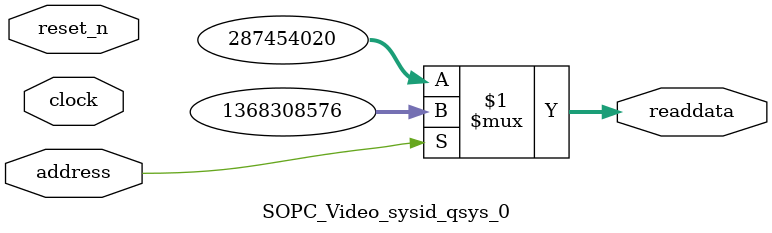
<source format=v>

`timescale 1ns / 1ps
// synthesis translate_on

// turn off superfluous verilog processor warnings 
// altera message_level Level1 
// altera message_off 10034 10035 10036 10037 10230 10240 10030 

module SOPC_Video_sysid_qsys_0 (
               // inputs:
                address,
                clock,
                reset_n,

               // outputs:
                readdata
             )
;

  output  [ 31: 0] readdata;
  input            address;
  input            clock;
  input            reset_n;

  wire    [ 31: 0] readdata;
  //control_slave, which is an e_avalon_slave
  assign readdata = address ? 1368308576 : 287454020;

endmodule




</source>
